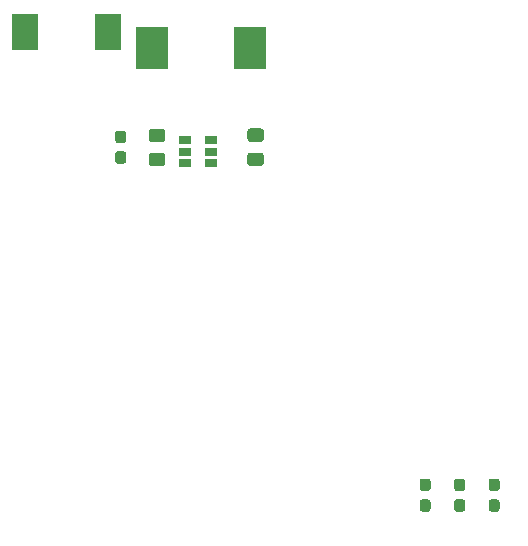
<source format=gbr>
%TF.GenerationSoftware,KiCad,Pcbnew,(5.1.6)-1*%
%TF.CreationDate,2020-07-21T16:26:21+08:00*%
%TF.ProjectId,Egg_segregator,4567675f-7365-4677-9265-6761746f722e,rev?*%
%TF.SameCoordinates,Original*%
%TF.FileFunction,Paste,Top*%
%TF.FilePolarity,Positive*%
%FSLAX46Y46*%
G04 Gerber Fmt 4.6, Leading zero omitted, Abs format (unit mm)*
G04 Created by KiCad (PCBNEW (5.1.6)-1) date 2020-07-21 16:26:21*
%MOMM*%
%LPD*%
G01*
G04 APERTURE LIST*
%ADD10R,2.180000X3.120000*%
%ADD11R,2.700000X3.600000*%
%ADD12R,1.060000X0.650000*%
G04 APERTURE END LIST*
%TO.C,C1*%
G36*
G01*
X164522999Y-49853000D02*
X165423001Y-49853000D01*
G75*
G02*
X165673000Y-50102999I0J-249999D01*
G01*
X165673000Y-50753001D01*
G75*
G02*
X165423001Y-51003000I-249999J0D01*
G01*
X164522999Y-51003000D01*
G75*
G02*
X164273000Y-50753001I0J249999D01*
G01*
X164273000Y-50102999D01*
G75*
G02*
X164522999Y-49853000I249999J0D01*
G01*
G37*
G36*
G01*
X164522999Y-47803000D02*
X165423001Y-47803000D01*
G75*
G02*
X165673000Y-48052999I0J-249999D01*
G01*
X165673000Y-48703001D01*
G75*
G02*
X165423001Y-48953000I-249999J0D01*
G01*
X164522999Y-48953000D01*
G75*
G02*
X164273000Y-48703001I0J249999D01*
G01*
X164273000Y-48052999D01*
G75*
G02*
X164522999Y-47803000I249999J0D01*
G01*
G37*
%TD*%
%TO.C,C2*%
G36*
G01*
X156178999Y-47828400D02*
X157079001Y-47828400D01*
G75*
G02*
X157329000Y-48078399I0J-249999D01*
G01*
X157329000Y-48728401D01*
G75*
G02*
X157079001Y-48978400I-249999J0D01*
G01*
X156178999Y-48978400D01*
G75*
G02*
X155929000Y-48728401I0J249999D01*
G01*
X155929000Y-48078399D01*
G75*
G02*
X156178999Y-47828400I249999J0D01*
G01*
G37*
G36*
G01*
X156178999Y-49878400D02*
X157079001Y-49878400D01*
G75*
G02*
X157329000Y-50128399I0J-249999D01*
G01*
X157329000Y-50778401D01*
G75*
G02*
X157079001Y-51028400I-249999J0D01*
G01*
X156178999Y-51028400D01*
G75*
G02*
X155929000Y-50778401I0J249999D01*
G01*
X155929000Y-50128399D01*
G75*
G02*
X156178999Y-49878400I249999J0D01*
G01*
G37*
%TD*%
D10*
%TO.C,D1*%
X145486000Y-39624000D03*
X152456000Y-39624000D03*
%TD*%
D11*
%TO.C,L1*%
X164513000Y-41021000D03*
X156213000Y-41021000D03*
%TD*%
%TO.C,R1*%
G36*
G01*
X185403500Y-80267000D02*
X184928500Y-80267000D01*
G75*
G02*
X184691000Y-80029500I0J237500D01*
G01*
X184691000Y-79454500D01*
G75*
G02*
X184928500Y-79217000I237500J0D01*
G01*
X185403500Y-79217000D01*
G75*
G02*
X185641000Y-79454500I0J-237500D01*
G01*
X185641000Y-80029500D01*
G75*
G02*
X185403500Y-80267000I-237500J0D01*
G01*
G37*
G36*
G01*
X185403500Y-78517000D02*
X184928500Y-78517000D01*
G75*
G02*
X184691000Y-78279500I0J237500D01*
G01*
X184691000Y-77704500D01*
G75*
G02*
X184928500Y-77467000I237500J0D01*
G01*
X185403500Y-77467000D01*
G75*
G02*
X185641000Y-77704500I0J-237500D01*
G01*
X185641000Y-78279500D01*
G75*
G02*
X185403500Y-78517000I-237500J0D01*
G01*
G37*
%TD*%
%TO.C,R2*%
G36*
G01*
X182482500Y-78517000D02*
X182007500Y-78517000D01*
G75*
G02*
X181770000Y-78279500I0J237500D01*
G01*
X181770000Y-77704500D01*
G75*
G02*
X182007500Y-77467000I237500J0D01*
G01*
X182482500Y-77467000D01*
G75*
G02*
X182720000Y-77704500I0J-237500D01*
G01*
X182720000Y-78279500D01*
G75*
G02*
X182482500Y-78517000I-237500J0D01*
G01*
G37*
G36*
G01*
X182482500Y-80267000D02*
X182007500Y-80267000D01*
G75*
G02*
X181770000Y-80029500I0J237500D01*
G01*
X181770000Y-79454500D01*
G75*
G02*
X182007500Y-79217000I237500J0D01*
G01*
X182482500Y-79217000D01*
G75*
G02*
X182720000Y-79454500I0J-237500D01*
G01*
X182720000Y-80029500D01*
G75*
G02*
X182482500Y-80267000I-237500J0D01*
G01*
G37*
%TD*%
%TO.C,R3*%
G36*
G01*
X179561500Y-80267000D02*
X179086500Y-80267000D01*
G75*
G02*
X178849000Y-80029500I0J237500D01*
G01*
X178849000Y-79454500D01*
G75*
G02*
X179086500Y-79217000I237500J0D01*
G01*
X179561500Y-79217000D01*
G75*
G02*
X179799000Y-79454500I0J-237500D01*
G01*
X179799000Y-80029500D01*
G75*
G02*
X179561500Y-80267000I-237500J0D01*
G01*
G37*
G36*
G01*
X179561500Y-78517000D02*
X179086500Y-78517000D01*
G75*
G02*
X178849000Y-78279500I0J237500D01*
G01*
X178849000Y-77704500D01*
G75*
G02*
X179086500Y-77467000I237500J0D01*
G01*
X179561500Y-77467000D01*
G75*
G02*
X179799000Y-77704500I0J-237500D01*
G01*
X179799000Y-78279500D01*
G75*
G02*
X179561500Y-78517000I-237500J0D01*
G01*
G37*
%TD*%
%TO.C,R4*%
G36*
G01*
X153305500Y-49753000D02*
X153780500Y-49753000D01*
G75*
G02*
X154018000Y-49990500I0J-237500D01*
G01*
X154018000Y-50565500D01*
G75*
G02*
X153780500Y-50803000I-237500J0D01*
G01*
X153305500Y-50803000D01*
G75*
G02*
X153068000Y-50565500I0J237500D01*
G01*
X153068000Y-49990500D01*
G75*
G02*
X153305500Y-49753000I237500J0D01*
G01*
G37*
G36*
G01*
X153305500Y-48003000D02*
X153780500Y-48003000D01*
G75*
G02*
X154018000Y-48240500I0J-237500D01*
G01*
X154018000Y-48815500D01*
G75*
G02*
X153780500Y-49053000I-237500J0D01*
G01*
X153305500Y-49053000D01*
G75*
G02*
X153068000Y-48815500I0J237500D01*
G01*
X153068000Y-48240500D01*
G75*
G02*
X153305500Y-48003000I237500J0D01*
G01*
G37*
%TD*%
D12*
%TO.C,U2*%
X159009000Y-48834000D03*
X159009000Y-49784000D03*
X159009000Y-50734000D03*
X161209000Y-50734000D03*
X161209000Y-48834000D03*
X161209000Y-49784000D03*
%TD*%
M02*

</source>
